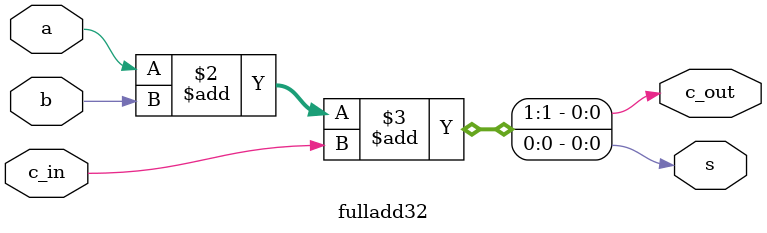
<source format=v>
module fulladd32(s,c_out,a,b,c_in);
input a,b,c_in;
output reg s,c_out;


always@(a or b or c_in)
begin

  {c_out, s} = a + b + c_in; 

end
endmodule

</source>
